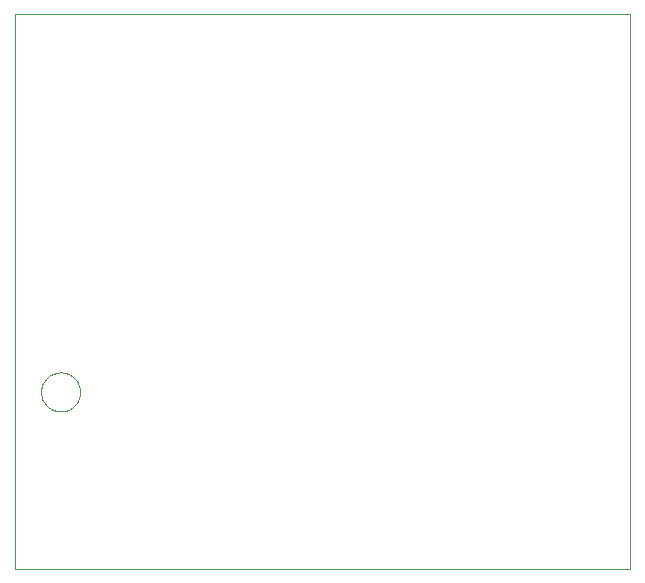
<source format=gbo>
G75*
G70*
%OFA0B0*%
%FSLAX24Y24*%
%IPPOS*%
%LPD*%
%AMOC8*
5,1,8,0,0,1.08239X$1,22.5*
%
%ADD10C,0.0000*%
D10*
X000258Y000893D02*
X000258Y019397D01*
X020731Y019397D01*
X020731Y000893D01*
X000258Y000893D01*
X001114Y006798D02*
X001116Y006848D01*
X001122Y006898D01*
X001132Y006948D01*
X001145Y006996D01*
X001162Y007044D01*
X001183Y007090D01*
X001207Y007134D01*
X001235Y007176D01*
X001266Y007216D01*
X001300Y007253D01*
X001337Y007288D01*
X001376Y007319D01*
X001417Y007348D01*
X001461Y007373D01*
X001507Y007395D01*
X001554Y007413D01*
X001602Y007427D01*
X001651Y007438D01*
X001701Y007445D01*
X001751Y007448D01*
X001802Y007447D01*
X001852Y007442D01*
X001902Y007433D01*
X001950Y007421D01*
X001998Y007404D01*
X002044Y007384D01*
X002089Y007361D01*
X002132Y007334D01*
X002172Y007304D01*
X002210Y007271D01*
X002245Y007235D01*
X002278Y007196D01*
X002307Y007155D01*
X002333Y007112D01*
X002356Y007067D01*
X002375Y007020D01*
X002390Y006972D01*
X002402Y006923D01*
X002410Y006873D01*
X002414Y006823D01*
X002414Y006773D01*
X002410Y006723D01*
X002402Y006673D01*
X002390Y006624D01*
X002375Y006576D01*
X002356Y006529D01*
X002333Y006484D01*
X002307Y006441D01*
X002278Y006400D01*
X002245Y006361D01*
X002210Y006325D01*
X002172Y006292D01*
X002132Y006262D01*
X002089Y006235D01*
X002044Y006212D01*
X001998Y006192D01*
X001950Y006175D01*
X001902Y006163D01*
X001852Y006154D01*
X001802Y006149D01*
X001751Y006148D01*
X001701Y006151D01*
X001651Y006158D01*
X001602Y006169D01*
X001554Y006183D01*
X001507Y006201D01*
X001461Y006223D01*
X001417Y006248D01*
X001376Y006277D01*
X001337Y006308D01*
X001300Y006343D01*
X001266Y006380D01*
X001235Y006420D01*
X001207Y006462D01*
X001183Y006506D01*
X001162Y006552D01*
X001145Y006600D01*
X001132Y006648D01*
X001122Y006698D01*
X001116Y006748D01*
X001114Y006798D01*
M02*

</source>
